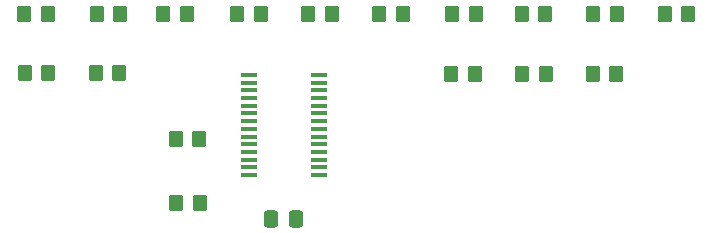
<source format=gbr>
%TF.GenerationSoftware,KiCad,Pcbnew,7.0.8*%
%TF.CreationDate,2023-10-19T17:32:50+02:00*%
%TF.ProjectId,16_Channel_LED_Strip,31365f43-6861-46e6-9e65-6c5f4c45445f,rev?*%
%TF.SameCoordinates,Original*%
%TF.FileFunction,Paste,Top*%
%TF.FilePolarity,Positive*%
%FSLAX46Y46*%
G04 Gerber Fmt 4.6, Leading zero omitted, Abs format (unit mm)*
G04 Created by KiCad (PCBNEW 7.0.8) date 2023-10-19 17:32:50*
%MOMM*%
%LPD*%
G01*
G04 APERTURE LIST*
G04 Aperture macros list*
%AMRoundRect*
0 Rectangle with rounded corners*
0 $1 Rounding radius*
0 $2 $3 $4 $5 $6 $7 $8 $9 X,Y pos of 4 corners*
0 Add a 4 corners polygon primitive as box body*
4,1,4,$2,$3,$4,$5,$6,$7,$8,$9,$2,$3,0*
0 Add four circle primitives for the rounded corners*
1,1,$1+$1,$2,$3*
1,1,$1+$1,$4,$5*
1,1,$1+$1,$6,$7*
1,1,$1+$1,$8,$9*
0 Add four rect primitives between the rounded corners*
20,1,$1+$1,$2,$3,$4,$5,0*
20,1,$1+$1,$4,$5,$6,$7,0*
20,1,$1+$1,$6,$7,$8,$9,0*
20,1,$1+$1,$8,$9,$2,$3,0*%
G04 Aperture macros list end*
%ADD10RoundRect,0.250000X-0.350000X-0.450000X0.350000X-0.450000X0.350000X0.450000X-0.350000X0.450000X0*%
%ADD11R,1.475000X0.450000*%
%ADD12RoundRect,0.250000X-0.337500X-0.475000X0.337500X-0.475000X0.337500X0.475000X-0.337500X0.475000X0*%
G04 APERTURE END LIST*
D10*
%TO.C,R5*%
X148931942Y-104218762D03*
X150931942Y-104218762D03*
%TD*%
%TO.C,R4*%
X154931942Y-104218762D03*
X156931942Y-104218762D03*
%TD*%
D11*
%TO.C,IC1*%
X131738000Y-112800000D03*
X131738000Y-112150000D03*
X131738000Y-111500000D03*
X131738000Y-110850000D03*
X131738000Y-110200000D03*
X131738000Y-109550000D03*
X131738000Y-108900000D03*
X131738000Y-108250000D03*
X131738000Y-107600000D03*
X131738000Y-106950000D03*
X131738000Y-106300000D03*
X131738000Y-105650000D03*
X131738000Y-105000000D03*
X131738000Y-104350000D03*
X125862000Y-104350000D03*
X125862000Y-105000000D03*
X125862000Y-105650000D03*
X125862000Y-106300000D03*
X125862000Y-106950000D03*
X125862000Y-107600000D03*
X125862000Y-108250000D03*
X125862000Y-108900000D03*
X125862000Y-109550000D03*
X125862000Y-110200000D03*
X125862000Y-110850000D03*
X125862000Y-111500000D03*
X125862000Y-112150000D03*
X125862000Y-112800000D03*
%TD*%
D10*
%TO.C,R6*%
X142931942Y-104218762D03*
X144931942Y-104218762D03*
%TD*%
%TO.C,R_I2C_2*%
X121619400Y-109744200D03*
X119619400Y-109744200D03*
%TD*%
%TO.C,R3*%
X143045000Y-99175000D03*
X145045000Y-99175000D03*
%TD*%
%TO.C,R8*%
X130825000Y-99175000D03*
X132825000Y-99175000D03*
%TD*%
%TO.C,R12*%
X106825000Y-104175000D03*
X108825000Y-104175000D03*
%TD*%
%TO.C,R11*%
X112825000Y-104175000D03*
X114825000Y-104175000D03*
%TD*%
%TO.C,R7*%
X136825000Y-99175000D03*
X138825000Y-99175000D03*
%TD*%
%TO.C,R13*%
X112925000Y-99175000D03*
X114925000Y-99175000D03*
%TD*%
%TO.C,R_I2C_1*%
X121670200Y-115161400D03*
X119670200Y-115161400D03*
%TD*%
%TO.C,R1*%
X154971000Y-99175000D03*
X156971000Y-99175000D03*
%TD*%
%TO.C,R10*%
X118575000Y-99175000D03*
X120575000Y-99175000D03*
%TD*%
%TO.C,R14*%
X106775000Y-99175000D03*
X108775000Y-99175000D03*
%TD*%
%TO.C,R9*%
X124825000Y-99175000D03*
X126825000Y-99175000D03*
%TD*%
%TO.C,R0*%
X161021000Y-99175000D03*
X163021000Y-99175000D03*
%TD*%
D12*
%TO.C,C1*%
X127687500Y-116525000D03*
X129762500Y-116525000D03*
%TD*%
D10*
%TO.C,R2*%
X148921000Y-99175000D03*
X150921000Y-99175000D03*
%TD*%
M02*

</source>
